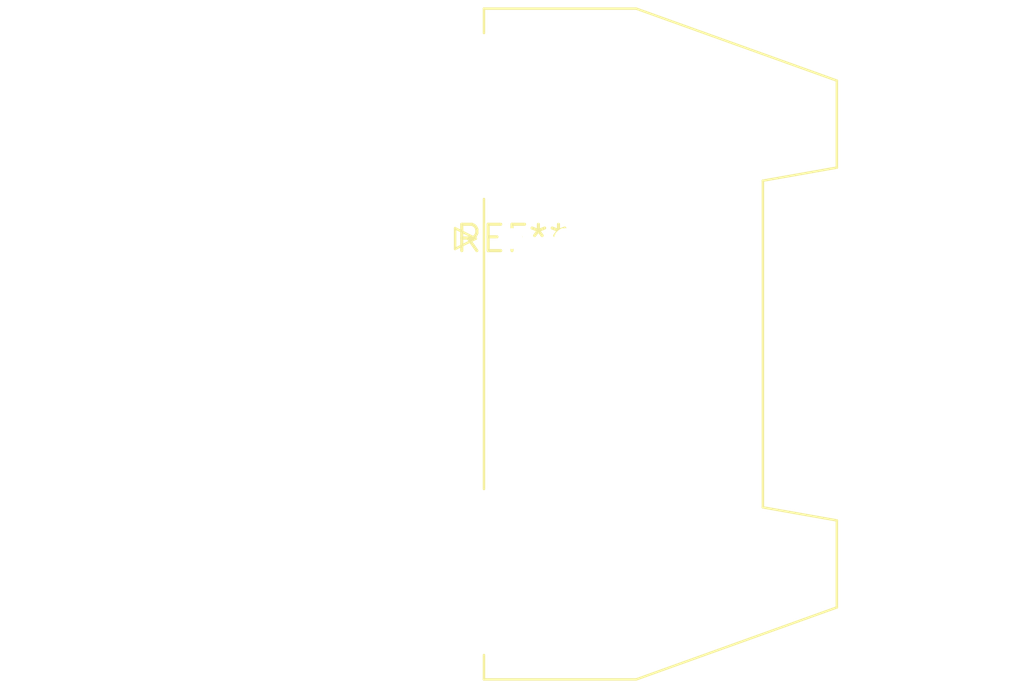
<source format=kicad_pcb>
(kicad_pcb (version 20240108) (generator pcbnew)
  (layers (0 "F.Cu" signal) (31 "B.Cu" signal) (34 "B.Paste" user) (35 "F.Paste" user) (36 "B.SilkS" user "B.Silkscreen") (37 "F.SilkS" user "F.Silkscreen") (38 "B.Mask" user) (39 "F.Mask" user) (44 "Edge.Cuts" user))
  (net 0 "")
  (footprint "IDC-Header_2x05-1MP_P2.54mm_Latch_Horizontal" (layer "F.Cu") (at 0 0)
    (property "Reference" "REF**")
    (property "Value" "IDC-Header_2x05-1MP_P2.54mm_Latch_Horizontal")
    (fp_line (start -2.74 -0.5) (end -2.74 0.5) (layer "F.SilkS") (stroke (width 0.12)))
    (fp_line (start -2.74 0.5) (end -1.74 0) (layer "F.SilkS") (stroke (width 0.12)))
    (fp_line (start -1.74 0) (end -2.74 -0.5) (layer "F.SilkS") (stroke (width 0.12)))
    (fp_line (start -1.35 -11.08) (end -1.35 -9.905) (layer "F.SilkS") (stroke (width 0.12)))
    (fp_line (start -1.35 -11.08) (end 5.98 -11.08) (layer "F.SilkS") (stroke (width 0.12)))
    (fp_line (start -1.35 -1.905) (end -1.35 12.065) (layer "F.SilkS") (stroke (width 0.12)))
    (fp_line (start -1.35 20.065) (end -1.35 21.24) (layer "F.SilkS") (stroke (width 0.12)))
    (fp_line (start 5.98 -11.08) (end 15.64 -7.61) (layer "F.SilkS") (stroke (width 0.12)))
    (fp_line (start 5.98 21.24) (end -1.35 21.24) (layer "F.SilkS") (stroke (width 0.12)))
    (fp_line (start 12.08 -2.79) (end 12.08 12.95) (layer "F.SilkS") (stroke (width 0.12)))
    (fp_line (start 12.08 12.95) (end 15.64 13.58) (layer "F.SilkS") (stroke (width 0.12)))
    (fp_line (start 15.64 -7.61) (end 15.64 -3.42) (layer "F.SilkS") (stroke (width 0.12)))
    (fp_line (start 15.64 -3.42) (end 12.08 -2.79) (layer "F.SilkS") (stroke (width 0.12)))
    (fp_line (start 15.64 13.58) (end 15.64 17.77) (layer "F.SilkS") (stroke (width 0.12)))
    (fp_line (start 15.64 17.77) (end 5.98 21.24) (layer "F.SilkS") (stroke (width 0.12)))
    (pad "1" thru_hole roundrect (at 0 0) (size 1.7 1.7) (drill 1) (layers *.Cu *.Mask) (remove_unused_layers) (roundrect_rratio 0.147059))
    (pad "2" thru_hole circle (at 2.54 0) (size 1.7 1.7) (drill 1) (layers *.Cu *.Mask) (remove_unused_layers))
    (pad "3" thru_hole circle (at 0 2.54) (size 1.7 1.7) (drill 1) (layers *.Cu *.Mask) (remove_unused_layers))
    (pad "4" thru_hole circle (at 2.54 2.54) (size 1.7 1.7) (drill 1) (layers *.Cu *.Mask) (remove_unused_layers))
    (pad "5" thru_hole circle (at 0 5.08) (size 1.7 1.7) (drill 1) (layers *.Cu *.Mask) (remove_unused_layers))
    (pad "6" thru_hole circle (at 2.54 5.08) (size 1.7 1.7) (drill 1) (layers *.Cu *.Mask) (remove_unused_layers))
    (pad "7" thru_hole circle (at 0 7.62) (size 1.7 1.7) (drill 1) (layers *.Cu *.Mask) (remove_unused_layers))
    (pad "8" thru_hole circle (at 2.54 7.62) (size 1.7 1.7) (drill 1) (layers *.Cu *.Mask) (remove_unused_layers))
    (pad "9" thru_hole circle (at 0 10.16) (size 1.7 1.7) (drill 1) (layers *.Cu *.Mask) (remove_unused_layers))
    (pad "10" thru_hole circle (at 2.54 10.16) (size 1.7 1.7) (drill 1) (layers *.Cu *.Mask) (remove_unused_layers))
    (pad "MP" thru_hole circle (at 1.8 -5.905) (size 8 8) (drill 2.69) (layers *.Cu *.Mask) (remove_unused_layers))
    (pad "MP" thru_hole circle (at 1.8 16.065) (size 8 8) (drill 2.69) (layers *.Cu *.Mask) (remove_unused_layers))
  )
)
</source>
